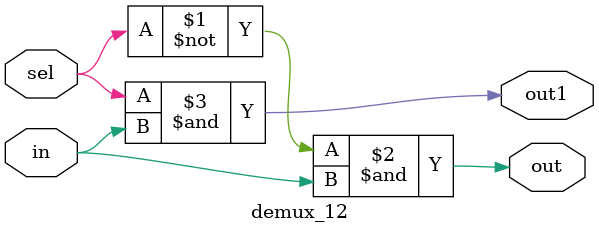
<source format=v>
`timescale 1ns / 1ps


module demux_12(in, sel, out, out1);
  input in, sel;
  output out, out1;
  assign out = ~sel & in;  
  assign out1 = sel & in;  
endmodule

</source>
